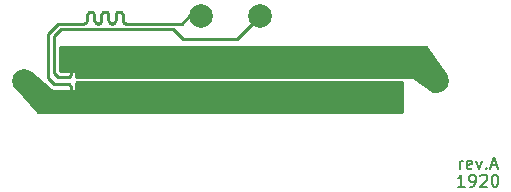
<source format=gbr>
G04 #@! TF.GenerationSoftware,KiCad,Pcbnew,(5.1.5)-3*
G04 #@! TF.CreationDate,2020-05-31T13:11:00+03:00*
G04 #@! TF.ProjectId,voltlog scope shunt,766f6c74-6c6f-4672-9073-636f70652073,rev?*
G04 #@! TF.SameCoordinates,Original*
G04 #@! TF.FileFunction,Copper,L1,Top*
G04 #@! TF.FilePolarity,Positive*
%FSLAX46Y46*%
G04 Gerber Fmt 4.6, Leading zero omitted, Abs format (unit mm)*
G04 Created by KiCad (PCBNEW (5.1.5)-3) date 2020-05-31 13:11:00*
%MOMM*%
%LPD*%
G04 APERTURE LIST*
%ADD10C,0.150000*%
%ADD11C,2.000000*%
%ADD12C,0.100000*%
%ADD13C,0.300000*%
%ADD14C,0.250000*%
%ADD15C,0.254000*%
G04 APERTURE END LIST*
D10*
X153900380Y-95952380D02*
X153900380Y-95285714D01*
X153900380Y-95476190D02*
X153948000Y-95380952D01*
X153995619Y-95333333D01*
X154090857Y-95285714D01*
X154186095Y-95285714D01*
X154900380Y-95904761D02*
X154805142Y-95952380D01*
X154614666Y-95952380D01*
X154519428Y-95904761D01*
X154471809Y-95809523D01*
X154471809Y-95428571D01*
X154519428Y-95333333D01*
X154614666Y-95285714D01*
X154805142Y-95285714D01*
X154900380Y-95333333D01*
X154948000Y-95428571D01*
X154948000Y-95523809D01*
X154471809Y-95619047D01*
X155281333Y-95285714D02*
X155519428Y-95952380D01*
X155757523Y-95285714D01*
X156138476Y-95857142D02*
X156186095Y-95904761D01*
X156138476Y-95952380D01*
X156090857Y-95904761D01*
X156138476Y-95857142D01*
X156138476Y-95952380D01*
X156567047Y-95666666D02*
X157043238Y-95666666D01*
X156471809Y-95952380D02*
X156805142Y-94952380D01*
X157138476Y-95952380D01*
X154305142Y-97452380D02*
X153733714Y-97452380D01*
X154019428Y-97452380D02*
X154019428Y-96452380D01*
X153924190Y-96595238D01*
X153828952Y-96690476D01*
X153733714Y-96738095D01*
X154781333Y-97452380D02*
X154971809Y-97452380D01*
X155067047Y-97404761D01*
X155114666Y-97357142D01*
X155209904Y-97214285D01*
X155257523Y-97023809D01*
X155257523Y-96642857D01*
X155209904Y-96547619D01*
X155162285Y-96500000D01*
X155067047Y-96452380D01*
X154876571Y-96452380D01*
X154781333Y-96500000D01*
X154733714Y-96547619D01*
X154686095Y-96642857D01*
X154686095Y-96880952D01*
X154733714Y-96976190D01*
X154781333Y-97023809D01*
X154876571Y-97071428D01*
X155067047Y-97071428D01*
X155162285Y-97023809D01*
X155209904Y-96976190D01*
X155257523Y-96880952D01*
X155638476Y-96547619D02*
X155686095Y-96500000D01*
X155781333Y-96452380D01*
X156019428Y-96452380D01*
X156114666Y-96500000D01*
X156162285Y-96547619D01*
X156209904Y-96642857D01*
X156209904Y-96738095D01*
X156162285Y-96880952D01*
X155590857Y-97452380D01*
X156209904Y-97452380D01*
X156828952Y-96452380D02*
X156924190Y-96452380D01*
X157019428Y-96500000D01*
X157067047Y-96547619D01*
X157114666Y-96642857D01*
X157162285Y-96833333D01*
X157162285Y-97071428D01*
X157114666Y-97261904D01*
X157067047Y-97357142D01*
X157019428Y-97404761D01*
X156924190Y-97452380D01*
X156828952Y-97452380D01*
X156733714Y-97404761D01*
X156686095Y-97357142D01*
X156638476Y-97261904D01*
X156590857Y-97071428D01*
X156590857Y-96833333D01*
X156638476Y-96642857D01*
X156686095Y-96547619D01*
X156733714Y-96500000D01*
X156828952Y-96452380D01*
D11*
X137000000Y-83000000D03*
X132000000Y-83000000D03*
X152000000Y-88500000D03*
X117000000Y-88500000D03*
G04 #@! TA.AperFunction,SMDPad,CuDef*
D12*
G36*
X148649504Y-86476204D02*
G01*
X148673773Y-86479804D01*
X148697571Y-86485765D01*
X148720671Y-86494030D01*
X148742849Y-86504520D01*
X148763893Y-86517133D01*
X148783598Y-86531747D01*
X148801777Y-86548223D01*
X148818253Y-86566402D01*
X148832867Y-86586107D01*
X148845480Y-86607151D01*
X148855970Y-86629329D01*
X148864235Y-86652429D01*
X148870196Y-86676227D01*
X148873796Y-86700496D01*
X148875000Y-86725000D01*
X148875000Y-87475000D01*
X148873796Y-87499504D01*
X148870196Y-87523773D01*
X148864235Y-87547571D01*
X148855970Y-87570671D01*
X148845480Y-87592849D01*
X148832867Y-87613893D01*
X148818253Y-87633598D01*
X148801777Y-87651777D01*
X148783598Y-87668253D01*
X148763893Y-87682867D01*
X148742849Y-87695480D01*
X148720671Y-87705970D01*
X148697571Y-87714235D01*
X148673773Y-87720196D01*
X148649504Y-87723796D01*
X148625000Y-87725000D01*
X147375000Y-87725000D01*
X147350496Y-87723796D01*
X147326227Y-87720196D01*
X147302429Y-87714235D01*
X147279329Y-87705970D01*
X147257151Y-87695480D01*
X147236107Y-87682867D01*
X147216402Y-87668253D01*
X147198223Y-87651777D01*
X147181747Y-87633598D01*
X147167133Y-87613893D01*
X147154520Y-87592849D01*
X147144030Y-87570671D01*
X147135765Y-87547571D01*
X147129804Y-87523773D01*
X147126204Y-87499504D01*
X147125000Y-87475000D01*
X147125000Y-86725000D01*
X147126204Y-86700496D01*
X147129804Y-86676227D01*
X147135765Y-86652429D01*
X147144030Y-86629329D01*
X147154520Y-86607151D01*
X147167133Y-86586107D01*
X147181747Y-86566402D01*
X147198223Y-86548223D01*
X147216402Y-86531747D01*
X147236107Y-86517133D01*
X147257151Y-86504520D01*
X147279329Y-86494030D01*
X147302429Y-86485765D01*
X147326227Y-86479804D01*
X147350496Y-86476204D01*
X147375000Y-86475000D01*
X148625000Y-86475000D01*
X148649504Y-86476204D01*
G37*
G04 #@! TD.AperFunction*
G04 #@! TA.AperFunction,SMDPad,CuDef*
G36*
X148649504Y-89276204D02*
G01*
X148673773Y-89279804D01*
X148697571Y-89285765D01*
X148720671Y-89294030D01*
X148742849Y-89304520D01*
X148763893Y-89317133D01*
X148783598Y-89331747D01*
X148801777Y-89348223D01*
X148818253Y-89366402D01*
X148832867Y-89386107D01*
X148845480Y-89407151D01*
X148855970Y-89429329D01*
X148864235Y-89452429D01*
X148870196Y-89476227D01*
X148873796Y-89500496D01*
X148875000Y-89525000D01*
X148875000Y-90275000D01*
X148873796Y-90299504D01*
X148870196Y-90323773D01*
X148864235Y-90347571D01*
X148855970Y-90370671D01*
X148845480Y-90392849D01*
X148832867Y-90413893D01*
X148818253Y-90433598D01*
X148801777Y-90451777D01*
X148783598Y-90468253D01*
X148763893Y-90482867D01*
X148742849Y-90495480D01*
X148720671Y-90505970D01*
X148697571Y-90514235D01*
X148673773Y-90520196D01*
X148649504Y-90523796D01*
X148625000Y-90525000D01*
X147375000Y-90525000D01*
X147350496Y-90523796D01*
X147326227Y-90520196D01*
X147302429Y-90514235D01*
X147279329Y-90505970D01*
X147257151Y-90495480D01*
X147236107Y-90482867D01*
X147216402Y-90468253D01*
X147198223Y-90451777D01*
X147181747Y-90433598D01*
X147167133Y-90413893D01*
X147154520Y-90392849D01*
X147144030Y-90370671D01*
X147135765Y-90347571D01*
X147129804Y-90323773D01*
X147126204Y-90299504D01*
X147125000Y-90275000D01*
X147125000Y-89525000D01*
X147126204Y-89500496D01*
X147129804Y-89476227D01*
X147135765Y-89452429D01*
X147144030Y-89429329D01*
X147154520Y-89407151D01*
X147167133Y-89386107D01*
X147181747Y-89366402D01*
X147198223Y-89348223D01*
X147216402Y-89331747D01*
X147236107Y-89317133D01*
X147257151Y-89304520D01*
X147279329Y-89294030D01*
X147302429Y-89285765D01*
X147326227Y-89279804D01*
X147350496Y-89276204D01*
X147375000Y-89275000D01*
X148625000Y-89275000D01*
X148649504Y-89276204D01*
G37*
G04 #@! TD.AperFunction*
G04 #@! TA.AperFunction,SMDPad,CuDef*
G36*
X145649504Y-86476204D02*
G01*
X145673773Y-86479804D01*
X145697571Y-86485765D01*
X145720671Y-86494030D01*
X145742849Y-86504520D01*
X145763893Y-86517133D01*
X145783598Y-86531747D01*
X145801777Y-86548223D01*
X145818253Y-86566402D01*
X145832867Y-86586107D01*
X145845480Y-86607151D01*
X145855970Y-86629329D01*
X145864235Y-86652429D01*
X145870196Y-86676227D01*
X145873796Y-86700496D01*
X145875000Y-86725000D01*
X145875000Y-87475000D01*
X145873796Y-87499504D01*
X145870196Y-87523773D01*
X145864235Y-87547571D01*
X145855970Y-87570671D01*
X145845480Y-87592849D01*
X145832867Y-87613893D01*
X145818253Y-87633598D01*
X145801777Y-87651777D01*
X145783598Y-87668253D01*
X145763893Y-87682867D01*
X145742849Y-87695480D01*
X145720671Y-87705970D01*
X145697571Y-87714235D01*
X145673773Y-87720196D01*
X145649504Y-87723796D01*
X145625000Y-87725000D01*
X144375000Y-87725000D01*
X144350496Y-87723796D01*
X144326227Y-87720196D01*
X144302429Y-87714235D01*
X144279329Y-87705970D01*
X144257151Y-87695480D01*
X144236107Y-87682867D01*
X144216402Y-87668253D01*
X144198223Y-87651777D01*
X144181747Y-87633598D01*
X144167133Y-87613893D01*
X144154520Y-87592849D01*
X144144030Y-87570671D01*
X144135765Y-87547571D01*
X144129804Y-87523773D01*
X144126204Y-87499504D01*
X144125000Y-87475000D01*
X144125000Y-86725000D01*
X144126204Y-86700496D01*
X144129804Y-86676227D01*
X144135765Y-86652429D01*
X144144030Y-86629329D01*
X144154520Y-86607151D01*
X144167133Y-86586107D01*
X144181747Y-86566402D01*
X144198223Y-86548223D01*
X144216402Y-86531747D01*
X144236107Y-86517133D01*
X144257151Y-86504520D01*
X144279329Y-86494030D01*
X144302429Y-86485765D01*
X144326227Y-86479804D01*
X144350496Y-86476204D01*
X144375000Y-86475000D01*
X145625000Y-86475000D01*
X145649504Y-86476204D01*
G37*
G04 #@! TD.AperFunction*
G04 #@! TA.AperFunction,SMDPad,CuDef*
G36*
X145649504Y-89276204D02*
G01*
X145673773Y-89279804D01*
X145697571Y-89285765D01*
X145720671Y-89294030D01*
X145742849Y-89304520D01*
X145763893Y-89317133D01*
X145783598Y-89331747D01*
X145801777Y-89348223D01*
X145818253Y-89366402D01*
X145832867Y-89386107D01*
X145845480Y-89407151D01*
X145855970Y-89429329D01*
X145864235Y-89452429D01*
X145870196Y-89476227D01*
X145873796Y-89500496D01*
X145875000Y-89525000D01*
X145875000Y-90275000D01*
X145873796Y-90299504D01*
X145870196Y-90323773D01*
X145864235Y-90347571D01*
X145855970Y-90370671D01*
X145845480Y-90392849D01*
X145832867Y-90413893D01*
X145818253Y-90433598D01*
X145801777Y-90451777D01*
X145783598Y-90468253D01*
X145763893Y-90482867D01*
X145742849Y-90495480D01*
X145720671Y-90505970D01*
X145697571Y-90514235D01*
X145673773Y-90520196D01*
X145649504Y-90523796D01*
X145625000Y-90525000D01*
X144375000Y-90525000D01*
X144350496Y-90523796D01*
X144326227Y-90520196D01*
X144302429Y-90514235D01*
X144279329Y-90505970D01*
X144257151Y-90495480D01*
X144236107Y-90482867D01*
X144216402Y-90468253D01*
X144198223Y-90451777D01*
X144181747Y-90433598D01*
X144167133Y-90413893D01*
X144154520Y-90392849D01*
X144144030Y-90370671D01*
X144135765Y-90347571D01*
X144129804Y-90323773D01*
X144126204Y-90299504D01*
X144125000Y-90275000D01*
X144125000Y-89525000D01*
X144126204Y-89500496D01*
X144129804Y-89476227D01*
X144135765Y-89452429D01*
X144144030Y-89429329D01*
X144154520Y-89407151D01*
X144167133Y-89386107D01*
X144181747Y-89366402D01*
X144198223Y-89348223D01*
X144216402Y-89331747D01*
X144236107Y-89317133D01*
X144257151Y-89304520D01*
X144279329Y-89294030D01*
X144302429Y-89285765D01*
X144326227Y-89279804D01*
X144350496Y-89276204D01*
X144375000Y-89275000D01*
X145625000Y-89275000D01*
X145649504Y-89276204D01*
G37*
G04 #@! TD.AperFunction*
G04 #@! TA.AperFunction,SMDPad,CuDef*
G36*
X142649504Y-86476204D02*
G01*
X142673773Y-86479804D01*
X142697571Y-86485765D01*
X142720671Y-86494030D01*
X142742849Y-86504520D01*
X142763893Y-86517133D01*
X142783598Y-86531747D01*
X142801777Y-86548223D01*
X142818253Y-86566402D01*
X142832867Y-86586107D01*
X142845480Y-86607151D01*
X142855970Y-86629329D01*
X142864235Y-86652429D01*
X142870196Y-86676227D01*
X142873796Y-86700496D01*
X142875000Y-86725000D01*
X142875000Y-87475000D01*
X142873796Y-87499504D01*
X142870196Y-87523773D01*
X142864235Y-87547571D01*
X142855970Y-87570671D01*
X142845480Y-87592849D01*
X142832867Y-87613893D01*
X142818253Y-87633598D01*
X142801777Y-87651777D01*
X142783598Y-87668253D01*
X142763893Y-87682867D01*
X142742849Y-87695480D01*
X142720671Y-87705970D01*
X142697571Y-87714235D01*
X142673773Y-87720196D01*
X142649504Y-87723796D01*
X142625000Y-87725000D01*
X141375000Y-87725000D01*
X141350496Y-87723796D01*
X141326227Y-87720196D01*
X141302429Y-87714235D01*
X141279329Y-87705970D01*
X141257151Y-87695480D01*
X141236107Y-87682867D01*
X141216402Y-87668253D01*
X141198223Y-87651777D01*
X141181747Y-87633598D01*
X141167133Y-87613893D01*
X141154520Y-87592849D01*
X141144030Y-87570671D01*
X141135765Y-87547571D01*
X141129804Y-87523773D01*
X141126204Y-87499504D01*
X141125000Y-87475000D01*
X141125000Y-86725000D01*
X141126204Y-86700496D01*
X141129804Y-86676227D01*
X141135765Y-86652429D01*
X141144030Y-86629329D01*
X141154520Y-86607151D01*
X141167133Y-86586107D01*
X141181747Y-86566402D01*
X141198223Y-86548223D01*
X141216402Y-86531747D01*
X141236107Y-86517133D01*
X141257151Y-86504520D01*
X141279329Y-86494030D01*
X141302429Y-86485765D01*
X141326227Y-86479804D01*
X141350496Y-86476204D01*
X141375000Y-86475000D01*
X142625000Y-86475000D01*
X142649504Y-86476204D01*
G37*
G04 #@! TD.AperFunction*
G04 #@! TA.AperFunction,SMDPad,CuDef*
G36*
X142649504Y-89276204D02*
G01*
X142673773Y-89279804D01*
X142697571Y-89285765D01*
X142720671Y-89294030D01*
X142742849Y-89304520D01*
X142763893Y-89317133D01*
X142783598Y-89331747D01*
X142801777Y-89348223D01*
X142818253Y-89366402D01*
X142832867Y-89386107D01*
X142845480Y-89407151D01*
X142855970Y-89429329D01*
X142864235Y-89452429D01*
X142870196Y-89476227D01*
X142873796Y-89500496D01*
X142875000Y-89525000D01*
X142875000Y-90275000D01*
X142873796Y-90299504D01*
X142870196Y-90323773D01*
X142864235Y-90347571D01*
X142855970Y-90370671D01*
X142845480Y-90392849D01*
X142832867Y-90413893D01*
X142818253Y-90433598D01*
X142801777Y-90451777D01*
X142783598Y-90468253D01*
X142763893Y-90482867D01*
X142742849Y-90495480D01*
X142720671Y-90505970D01*
X142697571Y-90514235D01*
X142673773Y-90520196D01*
X142649504Y-90523796D01*
X142625000Y-90525000D01*
X141375000Y-90525000D01*
X141350496Y-90523796D01*
X141326227Y-90520196D01*
X141302429Y-90514235D01*
X141279329Y-90505970D01*
X141257151Y-90495480D01*
X141236107Y-90482867D01*
X141216402Y-90468253D01*
X141198223Y-90451777D01*
X141181747Y-90433598D01*
X141167133Y-90413893D01*
X141154520Y-90392849D01*
X141144030Y-90370671D01*
X141135765Y-90347571D01*
X141129804Y-90323773D01*
X141126204Y-90299504D01*
X141125000Y-90275000D01*
X141125000Y-89525000D01*
X141126204Y-89500496D01*
X141129804Y-89476227D01*
X141135765Y-89452429D01*
X141144030Y-89429329D01*
X141154520Y-89407151D01*
X141167133Y-89386107D01*
X141181747Y-89366402D01*
X141198223Y-89348223D01*
X141216402Y-89331747D01*
X141236107Y-89317133D01*
X141257151Y-89304520D01*
X141279329Y-89294030D01*
X141302429Y-89285765D01*
X141326227Y-89279804D01*
X141350496Y-89276204D01*
X141375000Y-89275000D01*
X142625000Y-89275000D01*
X142649504Y-89276204D01*
G37*
G04 #@! TD.AperFunction*
G04 #@! TA.AperFunction,SMDPad,CuDef*
G36*
X139649504Y-86476204D02*
G01*
X139673773Y-86479804D01*
X139697571Y-86485765D01*
X139720671Y-86494030D01*
X139742849Y-86504520D01*
X139763893Y-86517133D01*
X139783598Y-86531747D01*
X139801777Y-86548223D01*
X139818253Y-86566402D01*
X139832867Y-86586107D01*
X139845480Y-86607151D01*
X139855970Y-86629329D01*
X139864235Y-86652429D01*
X139870196Y-86676227D01*
X139873796Y-86700496D01*
X139875000Y-86725000D01*
X139875000Y-87475000D01*
X139873796Y-87499504D01*
X139870196Y-87523773D01*
X139864235Y-87547571D01*
X139855970Y-87570671D01*
X139845480Y-87592849D01*
X139832867Y-87613893D01*
X139818253Y-87633598D01*
X139801777Y-87651777D01*
X139783598Y-87668253D01*
X139763893Y-87682867D01*
X139742849Y-87695480D01*
X139720671Y-87705970D01*
X139697571Y-87714235D01*
X139673773Y-87720196D01*
X139649504Y-87723796D01*
X139625000Y-87725000D01*
X138375000Y-87725000D01*
X138350496Y-87723796D01*
X138326227Y-87720196D01*
X138302429Y-87714235D01*
X138279329Y-87705970D01*
X138257151Y-87695480D01*
X138236107Y-87682867D01*
X138216402Y-87668253D01*
X138198223Y-87651777D01*
X138181747Y-87633598D01*
X138167133Y-87613893D01*
X138154520Y-87592849D01*
X138144030Y-87570671D01*
X138135765Y-87547571D01*
X138129804Y-87523773D01*
X138126204Y-87499504D01*
X138125000Y-87475000D01*
X138125000Y-86725000D01*
X138126204Y-86700496D01*
X138129804Y-86676227D01*
X138135765Y-86652429D01*
X138144030Y-86629329D01*
X138154520Y-86607151D01*
X138167133Y-86586107D01*
X138181747Y-86566402D01*
X138198223Y-86548223D01*
X138216402Y-86531747D01*
X138236107Y-86517133D01*
X138257151Y-86504520D01*
X138279329Y-86494030D01*
X138302429Y-86485765D01*
X138326227Y-86479804D01*
X138350496Y-86476204D01*
X138375000Y-86475000D01*
X139625000Y-86475000D01*
X139649504Y-86476204D01*
G37*
G04 #@! TD.AperFunction*
G04 #@! TA.AperFunction,SMDPad,CuDef*
G36*
X139649504Y-89276204D02*
G01*
X139673773Y-89279804D01*
X139697571Y-89285765D01*
X139720671Y-89294030D01*
X139742849Y-89304520D01*
X139763893Y-89317133D01*
X139783598Y-89331747D01*
X139801777Y-89348223D01*
X139818253Y-89366402D01*
X139832867Y-89386107D01*
X139845480Y-89407151D01*
X139855970Y-89429329D01*
X139864235Y-89452429D01*
X139870196Y-89476227D01*
X139873796Y-89500496D01*
X139875000Y-89525000D01*
X139875000Y-90275000D01*
X139873796Y-90299504D01*
X139870196Y-90323773D01*
X139864235Y-90347571D01*
X139855970Y-90370671D01*
X139845480Y-90392849D01*
X139832867Y-90413893D01*
X139818253Y-90433598D01*
X139801777Y-90451777D01*
X139783598Y-90468253D01*
X139763893Y-90482867D01*
X139742849Y-90495480D01*
X139720671Y-90505970D01*
X139697571Y-90514235D01*
X139673773Y-90520196D01*
X139649504Y-90523796D01*
X139625000Y-90525000D01*
X138375000Y-90525000D01*
X138350496Y-90523796D01*
X138326227Y-90520196D01*
X138302429Y-90514235D01*
X138279329Y-90505970D01*
X138257151Y-90495480D01*
X138236107Y-90482867D01*
X138216402Y-90468253D01*
X138198223Y-90451777D01*
X138181747Y-90433598D01*
X138167133Y-90413893D01*
X138154520Y-90392849D01*
X138144030Y-90370671D01*
X138135765Y-90347571D01*
X138129804Y-90323773D01*
X138126204Y-90299504D01*
X138125000Y-90275000D01*
X138125000Y-89525000D01*
X138126204Y-89500496D01*
X138129804Y-89476227D01*
X138135765Y-89452429D01*
X138144030Y-89429329D01*
X138154520Y-89407151D01*
X138167133Y-89386107D01*
X138181747Y-89366402D01*
X138198223Y-89348223D01*
X138216402Y-89331747D01*
X138236107Y-89317133D01*
X138257151Y-89304520D01*
X138279329Y-89294030D01*
X138302429Y-89285765D01*
X138326227Y-89279804D01*
X138350496Y-89276204D01*
X138375000Y-89275000D01*
X139625000Y-89275000D01*
X139649504Y-89276204D01*
G37*
G04 #@! TD.AperFunction*
G04 #@! TA.AperFunction,SMDPad,CuDef*
G36*
X136649504Y-86476204D02*
G01*
X136673773Y-86479804D01*
X136697571Y-86485765D01*
X136720671Y-86494030D01*
X136742849Y-86504520D01*
X136763893Y-86517133D01*
X136783598Y-86531747D01*
X136801777Y-86548223D01*
X136818253Y-86566402D01*
X136832867Y-86586107D01*
X136845480Y-86607151D01*
X136855970Y-86629329D01*
X136864235Y-86652429D01*
X136870196Y-86676227D01*
X136873796Y-86700496D01*
X136875000Y-86725000D01*
X136875000Y-87475000D01*
X136873796Y-87499504D01*
X136870196Y-87523773D01*
X136864235Y-87547571D01*
X136855970Y-87570671D01*
X136845480Y-87592849D01*
X136832867Y-87613893D01*
X136818253Y-87633598D01*
X136801777Y-87651777D01*
X136783598Y-87668253D01*
X136763893Y-87682867D01*
X136742849Y-87695480D01*
X136720671Y-87705970D01*
X136697571Y-87714235D01*
X136673773Y-87720196D01*
X136649504Y-87723796D01*
X136625000Y-87725000D01*
X135375000Y-87725000D01*
X135350496Y-87723796D01*
X135326227Y-87720196D01*
X135302429Y-87714235D01*
X135279329Y-87705970D01*
X135257151Y-87695480D01*
X135236107Y-87682867D01*
X135216402Y-87668253D01*
X135198223Y-87651777D01*
X135181747Y-87633598D01*
X135167133Y-87613893D01*
X135154520Y-87592849D01*
X135144030Y-87570671D01*
X135135765Y-87547571D01*
X135129804Y-87523773D01*
X135126204Y-87499504D01*
X135125000Y-87475000D01*
X135125000Y-86725000D01*
X135126204Y-86700496D01*
X135129804Y-86676227D01*
X135135765Y-86652429D01*
X135144030Y-86629329D01*
X135154520Y-86607151D01*
X135167133Y-86586107D01*
X135181747Y-86566402D01*
X135198223Y-86548223D01*
X135216402Y-86531747D01*
X135236107Y-86517133D01*
X135257151Y-86504520D01*
X135279329Y-86494030D01*
X135302429Y-86485765D01*
X135326227Y-86479804D01*
X135350496Y-86476204D01*
X135375000Y-86475000D01*
X136625000Y-86475000D01*
X136649504Y-86476204D01*
G37*
G04 #@! TD.AperFunction*
G04 #@! TA.AperFunction,SMDPad,CuDef*
G36*
X136649504Y-89276204D02*
G01*
X136673773Y-89279804D01*
X136697571Y-89285765D01*
X136720671Y-89294030D01*
X136742849Y-89304520D01*
X136763893Y-89317133D01*
X136783598Y-89331747D01*
X136801777Y-89348223D01*
X136818253Y-89366402D01*
X136832867Y-89386107D01*
X136845480Y-89407151D01*
X136855970Y-89429329D01*
X136864235Y-89452429D01*
X136870196Y-89476227D01*
X136873796Y-89500496D01*
X136875000Y-89525000D01*
X136875000Y-90275000D01*
X136873796Y-90299504D01*
X136870196Y-90323773D01*
X136864235Y-90347571D01*
X136855970Y-90370671D01*
X136845480Y-90392849D01*
X136832867Y-90413893D01*
X136818253Y-90433598D01*
X136801777Y-90451777D01*
X136783598Y-90468253D01*
X136763893Y-90482867D01*
X136742849Y-90495480D01*
X136720671Y-90505970D01*
X136697571Y-90514235D01*
X136673773Y-90520196D01*
X136649504Y-90523796D01*
X136625000Y-90525000D01*
X135375000Y-90525000D01*
X135350496Y-90523796D01*
X135326227Y-90520196D01*
X135302429Y-90514235D01*
X135279329Y-90505970D01*
X135257151Y-90495480D01*
X135236107Y-90482867D01*
X135216402Y-90468253D01*
X135198223Y-90451777D01*
X135181747Y-90433598D01*
X135167133Y-90413893D01*
X135154520Y-90392849D01*
X135144030Y-90370671D01*
X135135765Y-90347571D01*
X135129804Y-90323773D01*
X135126204Y-90299504D01*
X135125000Y-90275000D01*
X135125000Y-89525000D01*
X135126204Y-89500496D01*
X135129804Y-89476227D01*
X135135765Y-89452429D01*
X135144030Y-89429329D01*
X135154520Y-89407151D01*
X135167133Y-89386107D01*
X135181747Y-89366402D01*
X135198223Y-89348223D01*
X135216402Y-89331747D01*
X135236107Y-89317133D01*
X135257151Y-89304520D01*
X135279329Y-89294030D01*
X135302429Y-89285765D01*
X135326227Y-89279804D01*
X135350496Y-89276204D01*
X135375000Y-89275000D01*
X136625000Y-89275000D01*
X136649504Y-89276204D01*
G37*
G04 #@! TD.AperFunction*
G04 #@! TA.AperFunction,SMDPad,CuDef*
G36*
X133649504Y-86476204D02*
G01*
X133673773Y-86479804D01*
X133697571Y-86485765D01*
X133720671Y-86494030D01*
X133742849Y-86504520D01*
X133763893Y-86517133D01*
X133783598Y-86531747D01*
X133801777Y-86548223D01*
X133818253Y-86566402D01*
X133832867Y-86586107D01*
X133845480Y-86607151D01*
X133855970Y-86629329D01*
X133864235Y-86652429D01*
X133870196Y-86676227D01*
X133873796Y-86700496D01*
X133875000Y-86725000D01*
X133875000Y-87475000D01*
X133873796Y-87499504D01*
X133870196Y-87523773D01*
X133864235Y-87547571D01*
X133855970Y-87570671D01*
X133845480Y-87592849D01*
X133832867Y-87613893D01*
X133818253Y-87633598D01*
X133801777Y-87651777D01*
X133783598Y-87668253D01*
X133763893Y-87682867D01*
X133742849Y-87695480D01*
X133720671Y-87705970D01*
X133697571Y-87714235D01*
X133673773Y-87720196D01*
X133649504Y-87723796D01*
X133625000Y-87725000D01*
X132375000Y-87725000D01*
X132350496Y-87723796D01*
X132326227Y-87720196D01*
X132302429Y-87714235D01*
X132279329Y-87705970D01*
X132257151Y-87695480D01*
X132236107Y-87682867D01*
X132216402Y-87668253D01*
X132198223Y-87651777D01*
X132181747Y-87633598D01*
X132167133Y-87613893D01*
X132154520Y-87592849D01*
X132144030Y-87570671D01*
X132135765Y-87547571D01*
X132129804Y-87523773D01*
X132126204Y-87499504D01*
X132125000Y-87475000D01*
X132125000Y-86725000D01*
X132126204Y-86700496D01*
X132129804Y-86676227D01*
X132135765Y-86652429D01*
X132144030Y-86629329D01*
X132154520Y-86607151D01*
X132167133Y-86586107D01*
X132181747Y-86566402D01*
X132198223Y-86548223D01*
X132216402Y-86531747D01*
X132236107Y-86517133D01*
X132257151Y-86504520D01*
X132279329Y-86494030D01*
X132302429Y-86485765D01*
X132326227Y-86479804D01*
X132350496Y-86476204D01*
X132375000Y-86475000D01*
X133625000Y-86475000D01*
X133649504Y-86476204D01*
G37*
G04 #@! TD.AperFunction*
G04 #@! TA.AperFunction,SMDPad,CuDef*
G36*
X133649504Y-89276204D02*
G01*
X133673773Y-89279804D01*
X133697571Y-89285765D01*
X133720671Y-89294030D01*
X133742849Y-89304520D01*
X133763893Y-89317133D01*
X133783598Y-89331747D01*
X133801777Y-89348223D01*
X133818253Y-89366402D01*
X133832867Y-89386107D01*
X133845480Y-89407151D01*
X133855970Y-89429329D01*
X133864235Y-89452429D01*
X133870196Y-89476227D01*
X133873796Y-89500496D01*
X133875000Y-89525000D01*
X133875000Y-90275000D01*
X133873796Y-90299504D01*
X133870196Y-90323773D01*
X133864235Y-90347571D01*
X133855970Y-90370671D01*
X133845480Y-90392849D01*
X133832867Y-90413893D01*
X133818253Y-90433598D01*
X133801777Y-90451777D01*
X133783598Y-90468253D01*
X133763893Y-90482867D01*
X133742849Y-90495480D01*
X133720671Y-90505970D01*
X133697571Y-90514235D01*
X133673773Y-90520196D01*
X133649504Y-90523796D01*
X133625000Y-90525000D01*
X132375000Y-90525000D01*
X132350496Y-90523796D01*
X132326227Y-90520196D01*
X132302429Y-90514235D01*
X132279329Y-90505970D01*
X132257151Y-90495480D01*
X132236107Y-90482867D01*
X132216402Y-90468253D01*
X132198223Y-90451777D01*
X132181747Y-90433598D01*
X132167133Y-90413893D01*
X132154520Y-90392849D01*
X132144030Y-90370671D01*
X132135765Y-90347571D01*
X132129804Y-90323773D01*
X132126204Y-90299504D01*
X132125000Y-90275000D01*
X132125000Y-89525000D01*
X132126204Y-89500496D01*
X132129804Y-89476227D01*
X132135765Y-89452429D01*
X132144030Y-89429329D01*
X132154520Y-89407151D01*
X132167133Y-89386107D01*
X132181747Y-89366402D01*
X132198223Y-89348223D01*
X132216402Y-89331747D01*
X132236107Y-89317133D01*
X132257151Y-89304520D01*
X132279329Y-89294030D01*
X132302429Y-89285765D01*
X132326227Y-89279804D01*
X132350496Y-89276204D01*
X132375000Y-89275000D01*
X133625000Y-89275000D01*
X133649504Y-89276204D01*
G37*
G04 #@! TD.AperFunction*
G04 #@! TA.AperFunction,SMDPad,CuDef*
G36*
X130649504Y-86476204D02*
G01*
X130673773Y-86479804D01*
X130697571Y-86485765D01*
X130720671Y-86494030D01*
X130742849Y-86504520D01*
X130763893Y-86517133D01*
X130783598Y-86531747D01*
X130801777Y-86548223D01*
X130818253Y-86566402D01*
X130832867Y-86586107D01*
X130845480Y-86607151D01*
X130855970Y-86629329D01*
X130864235Y-86652429D01*
X130870196Y-86676227D01*
X130873796Y-86700496D01*
X130875000Y-86725000D01*
X130875000Y-87475000D01*
X130873796Y-87499504D01*
X130870196Y-87523773D01*
X130864235Y-87547571D01*
X130855970Y-87570671D01*
X130845480Y-87592849D01*
X130832867Y-87613893D01*
X130818253Y-87633598D01*
X130801777Y-87651777D01*
X130783598Y-87668253D01*
X130763893Y-87682867D01*
X130742849Y-87695480D01*
X130720671Y-87705970D01*
X130697571Y-87714235D01*
X130673773Y-87720196D01*
X130649504Y-87723796D01*
X130625000Y-87725000D01*
X129375000Y-87725000D01*
X129350496Y-87723796D01*
X129326227Y-87720196D01*
X129302429Y-87714235D01*
X129279329Y-87705970D01*
X129257151Y-87695480D01*
X129236107Y-87682867D01*
X129216402Y-87668253D01*
X129198223Y-87651777D01*
X129181747Y-87633598D01*
X129167133Y-87613893D01*
X129154520Y-87592849D01*
X129144030Y-87570671D01*
X129135765Y-87547571D01*
X129129804Y-87523773D01*
X129126204Y-87499504D01*
X129125000Y-87475000D01*
X129125000Y-86725000D01*
X129126204Y-86700496D01*
X129129804Y-86676227D01*
X129135765Y-86652429D01*
X129144030Y-86629329D01*
X129154520Y-86607151D01*
X129167133Y-86586107D01*
X129181747Y-86566402D01*
X129198223Y-86548223D01*
X129216402Y-86531747D01*
X129236107Y-86517133D01*
X129257151Y-86504520D01*
X129279329Y-86494030D01*
X129302429Y-86485765D01*
X129326227Y-86479804D01*
X129350496Y-86476204D01*
X129375000Y-86475000D01*
X130625000Y-86475000D01*
X130649504Y-86476204D01*
G37*
G04 #@! TD.AperFunction*
G04 #@! TA.AperFunction,SMDPad,CuDef*
G36*
X130649504Y-89276204D02*
G01*
X130673773Y-89279804D01*
X130697571Y-89285765D01*
X130720671Y-89294030D01*
X130742849Y-89304520D01*
X130763893Y-89317133D01*
X130783598Y-89331747D01*
X130801777Y-89348223D01*
X130818253Y-89366402D01*
X130832867Y-89386107D01*
X130845480Y-89407151D01*
X130855970Y-89429329D01*
X130864235Y-89452429D01*
X130870196Y-89476227D01*
X130873796Y-89500496D01*
X130875000Y-89525000D01*
X130875000Y-90275000D01*
X130873796Y-90299504D01*
X130870196Y-90323773D01*
X130864235Y-90347571D01*
X130855970Y-90370671D01*
X130845480Y-90392849D01*
X130832867Y-90413893D01*
X130818253Y-90433598D01*
X130801777Y-90451777D01*
X130783598Y-90468253D01*
X130763893Y-90482867D01*
X130742849Y-90495480D01*
X130720671Y-90505970D01*
X130697571Y-90514235D01*
X130673773Y-90520196D01*
X130649504Y-90523796D01*
X130625000Y-90525000D01*
X129375000Y-90525000D01*
X129350496Y-90523796D01*
X129326227Y-90520196D01*
X129302429Y-90514235D01*
X129279329Y-90505970D01*
X129257151Y-90495480D01*
X129236107Y-90482867D01*
X129216402Y-90468253D01*
X129198223Y-90451777D01*
X129181747Y-90433598D01*
X129167133Y-90413893D01*
X129154520Y-90392849D01*
X129144030Y-90370671D01*
X129135765Y-90347571D01*
X129129804Y-90323773D01*
X129126204Y-90299504D01*
X129125000Y-90275000D01*
X129125000Y-89525000D01*
X129126204Y-89500496D01*
X129129804Y-89476227D01*
X129135765Y-89452429D01*
X129144030Y-89429329D01*
X129154520Y-89407151D01*
X129167133Y-89386107D01*
X129181747Y-89366402D01*
X129198223Y-89348223D01*
X129216402Y-89331747D01*
X129236107Y-89317133D01*
X129257151Y-89304520D01*
X129279329Y-89294030D01*
X129302429Y-89285765D01*
X129326227Y-89279804D01*
X129350496Y-89276204D01*
X129375000Y-89275000D01*
X130625000Y-89275000D01*
X130649504Y-89276204D01*
G37*
G04 #@! TD.AperFunction*
G04 #@! TA.AperFunction,SMDPad,CuDef*
G36*
X127649504Y-86476204D02*
G01*
X127673773Y-86479804D01*
X127697571Y-86485765D01*
X127720671Y-86494030D01*
X127742849Y-86504520D01*
X127763893Y-86517133D01*
X127783598Y-86531747D01*
X127801777Y-86548223D01*
X127818253Y-86566402D01*
X127832867Y-86586107D01*
X127845480Y-86607151D01*
X127855970Y-86629329D01*
X127864235Y-86652429D01*
X127870196Y-86676227D01*
X127873796Y-86700496D01*
X127875000Y-86725000D01*
X127875000Y-87475000D01*
X127873796Y-87499504D01*
X127870196Y-87523773D01*
X127864235Y-87547571D01*
X127855970Y-87570671D01*
X127845480Y-87592849D01*
X127832867Y-87613893D01*
X127818253Y-87633598D01*
X127801777Y-87651777D01*
X127783598Y-87668253D01*
X127763893Y-87682867D01*
X127742849Y-87695480D01*
X127720671Y-87705970D01*
X127697571Y-87714235D01*
X127673773Y-87720196D01*
X127649504Y-87723796D01*
X127625000Y-87725000D01*
X126375000Y-87725000D01*
X126350496Y-87723796D01*
X126326227Y-87720196D01*
X126302429Y-87714235D01*
X126279329Y-87705970D01*
X126257151Y-87695480D01*
X126236107Y-87682867D01*
X126216402Y-87668253D01*
X126198223Y-87651777D01*
X126181747Y-87633598D01*
X126167133Y-87613893D01*
X126154520Y-87592849D01*
X126144030Y-87570671D01*
X126135765Y-87547571D01*
X126129804Y-87523773D01*
X126126204Y-87499504D01*
X126125000Y-87475000D01*
X126125000Y-86725000D01*
X126126204Y-86700496D01*
X126129804Y-86676227D01*
X126135765Y-86652429D01*
X126144030Y-86629329D01*
X126154520Y-86607151D01*
X126167133Y-86586107D01*
X126181747Y-86566402D01*
X126198223Y-86548223D01*
X126216402Y-86531747D01*
X126236107Y-86517133D01*
X126257151Y-86504520D01*
X126279329Y-86494030D01*
X126302429Y-86485765D01*
X126326227Y-86479804D01*
X126350496Y-86476204D01*
X126375000Y-86475000D01*
X127625000Y-86475000D01*
X127649504Y-86476204D01*
G37*
G04 #@! TD.AperFunction*
G04 #@! TA.AperFunction,SMDPad,CuDef*
G36*
X127649504Y-89276204D02*
G01*
X127673773Y-89279804D01*
X127697571Y-89285765D01*
X127720671Y-89294030D01*
X127742849Y-89304520D01*
X127763893Y-89317133D01*
X127783598Y-89331747D01*
X127801777Y-89348223D01*
X127818253Y-89366402D01*
X127832867Y-89386107D01*
X127845480Y-89407151D01*
X127855970Y-89429329D01*
X127864235Y-89452429D01*
X127870196Y-89476227D01*
X127873796Y-89500496D01*
X127875000Y-89525000D01*
X127875000Y-90275000D01*
X127873796Y-90299504D01*
X127870196Y-90323773D01*
X127864235Y-90347571D01*
X127855970Y-90370671D01*
X127845480Y-90392849D01*
X127832867Y-90413893D01*
X127818253Y-90433598D01*
X127801777Y-90451777D01*
X127783598Y-90468253D01*
X127763893Y-90482867D01*
X127742849Y-90495480D01*
X127720671Y-90505970D01*
X127697571Y-90514235D01*
X127673773Y-90520196D01*
X127649504Y-90523796D01*
X127625000Y-90525000D01*
X126375000Y-90525000D01*
X126350496Y-90523796D01*
X126326227Y-90520196D01*
X126302429Y-90514235D01*
X126279329Y-90505970D01*
X126257151Y-90495480D01*
X126236107Y-90482867D01*
X126216402Y-90468253D01*
X126198223Y-90451777D01*
X126181747Y-90433598D01*
X126167133Y-90413893D01*
X126154520Y-90392849D01*
X126144030Y-90370671D01*
X126135765Y-90347571D01*
X126129804Y-90323773D01*
X126126204Y-90299504D01*
X126125000Y-90275000D01*
X126125000Y-89525000D01*
X126126204Y-89500496D01*
X126129804Y-89476227D01*
X126135765Y-89452429D01*
X126144030Y-89429329D01*
X126154520Y-89407151D01*
X126167133Y-89386107D01*
X126181747Y-89366402D01*
X126198223Y-89348223D01*
X126216402Y-89331747D01*
X126236107Y-89317133D01*
X126257151Y-89304520D01*
X126279329Y-89294030D01*
X126302429Y-89285765D01*
X126326227Y-89279804D01*
X126350496Y-89276204D01*
X126375000Y-89275000D01*
X127625000Y-89275000D01*
X127649504Y-89276204D01*
G37*
G04 #@! TD.AperFunction*
G04 #@! TA.AperFunction,SMDPad,CuDef*
G36*
X124649504Y-86476204D02*
G01*
X124673773Y-86479804D01*
X124697571Y-86485765D01*
X124720671Y-86494030D01*
X124742849Y-86504520D01*
X124763893Y-86517133D01*
X124783598Y-86531747D01*
X124801777Y-86548223D01*
X124818253Y-86566402D01*
X124832867Y-86586107D01*
X124845480Y-86607151D01*
X124855970Y-86629329D01*
X124864235Y-86652429D01*
X124870196Y-86676227D01*
X124873796Y-86700496D01*
X124875000Y-86725000D01*
X124875000Y-87475000D01*
X124873796Y-87499504D01*
X124870196Y-87523773D01*
X124864235Y-87547571D01*
X124855970Y-87570671D01*
X124845480Y-87592849D01*
X124832867Y-87613893D01*
X124818253Y-87633598D01*
X124801777Y-87651777D01*
X124783598Y-87668253D01*
X124763893Y-87682867D01*
X124742849Y-87695480D01*
X124720671Y-87705970D01*
X124697571Y-87714235D01*
X124673773Y-87720196D01*
X124649504Y-87723796D01*
X124625000Y-87725000D01*
X123375000Y-87725000D01*
X123350496Y-87723796D01*
X123326227Y-87720196D01*
X123302429Y-87714235D01*
X123279329Y-87705970D01*
X123257151Y-87695480D01*
X123236107Y-87682867D01*
X123216402Y-87668253D01*
X123198223Y-87651777D01*
X123181747Y-87633598D01*
X123167133Y-87613893D01*
X123154520Y-87592849D01*
X123144030Y-87570671D01*
X123135765Y-87547571D01*
X123129804Y-87523773D01*
X123126204Y-87499504D01*
X123125000Y-87475000D01*
X123125000Y-86725000D01*
X123126204Y-86700496D01*
X123129804Y-86676227D01*
X123135765Y-86652429D01*
X123144030Y-86629329D01*
X123154520Y-86607151D01*
X123167133Y-86586107D01*
X123181747Y-86566402D01*
X123198223Y-86548223D01*
X123216402Y-86531747D01*
X123236107Y-86517133D01*
X123257151Y-86504520D01*
X123279329Y-86494030D01*
X123302429Y-86485765D01*
X123326227Y-86479804D01*
X123350496Y-86476204D01*
X123375000Y-86475000D01*
X124625000Y-86475000D01*
X124649504Y-86476204D01*
G37*
G04 #@! TD.AperFunction*
G04 #@! TA.AperFunction,SMDPad,CuDef*
G36*
X124649504Y-89276204D02*
G01*
X124673773Y-89279804D01*
X124697571Y-89285765D01*
X124720671Y-89294030D01*
X124742849Y-89304520D01*
X124763893Y-89317133D01*
X124783598Y-89331747D01*
X124801777Y-89348223D01*
X124818253Y-89366402D01*
X124832867Y-89386107D01*
X124845480Y-89407151D01*
X124855970Y-89429329D01*
X124864235Y-89452429D01*
X124870196Y-89476227D01*
X124873796Y-89500496D01*
X124875000Y-89525000D01*
X124875000Y-90275000D01*
X124873796Y-90299504D01*
X124870196Y-90323773D01*
X124864235Y-90347571D01*
X124855970Y-90370671D01*
X124845480Y-90392849D01*
X124832867Y-90413893D01*
X124818253Y-90433598D01*
X124801777Y-90451777D01*
X124783598Y-90468253D01*
X124763893Y-90482867D01*
X124742849Y-90495480D01*
X124720671Y-90505970D01*
X124697571Y-90514235D01*
X124673773Y-90520196D01*
X124649504Y-90523796D01*
X124625000Y-90525000D01*
X123375000Y-90525000D01*
X123350496Y-90523796D01*
X123326227Y-90520196D01*
X123302429Y-90514235D01*
X123279329Y-90505970D01*
X123257151Y-90495480D01*
X123236107Y-90482867D01*
X123216402Y-90468253D01*
X123198223Y-90451777D01*
X123181747Y-90433598D01*
X123167133Y-90413893D01*
X123154520Y-90392849D01*
X123144030Y-90370671D01*
X123135765Y-90347571D01*
X123129804Y-90323773D01*
X123126204Y-90299504D01*
X123125000Y-90275000D01*
X123125000Y-89525000D01*
X123126204Y-89500496D01*
X123129804Y-89476227D01*
X123135765Y-89452429D01*
X123144030Y-89429329D01*
X123154520Y-89407151D01*
X123167133Y-89386107D01*
X123181747Y-89366402D01*
X123198223Y-89348223D01*
X123216402Y-89331747D01*
X123236107Y-89317133D01*
X123257151Y-89304520D01*
X123279329Y-89294030D01*
X123302429Y-89285765D01*
X123326227Y-89279804D01*
X123350496Y-89276204D01*
X123375000Y-89275000D01*
X124625000Y-89275000D01*
X124649504Y-89276204D01*
G37*
G04 #@! TD.AperFunction*
G04 #@! TA.AperFunction,SMDPad,CuDef*
G36*
X121649504Y-86476204D02*
G01*
X121673773Y-86479804D01*
X121697571Y-86485765D01*
X121720671Y-86494030D01*
X121742849Y-86504520D01*
X121763893Y-86517133D01*
X121783598Y-86531747D01*
X121801777Y-86548223D01*
X121818253Y-86566402D01*
X121832867Y-86586107D01*
X121845480Y-86607151D01*
X121855970Y-86629329D01*
X121864235Y-86652429D01*
X121870196Y-86676227D01*
X121873796Y-86700496D01*
X121875000Y-86725000D01*
X121875000Y-87475000D01*
X121873796Y-87499504D01*
X121870196Y-87523773D01*
X121864235Y-87547571D01*
X121855970Y-87570671D01*
X121845480Y-87592849D01*
X121832867Y-87613893D01*
X121818253Y-87633598D01*
X121801777Y-87651777D01*
X121783598Y-87668253D01*
X121763893Y-87682867D01*
X121742849Y-87695480D01*
X121720671Y-87705970D01*
X121697571Y-87714235D01*
X121673773Y-87720196D01*
X121649504Y-87723796D01*
X121625000Y-87725000D01*
X120375000Y-87725000D01*
X120350496Y-87723796D01*
X120326227Y-87720196D01*
X120302429Y-87714235D01*
X120279329Y-87705970D01*
X120257151Y-87695480D01*
X120236107Y-87682867D01*
X120216402Y-87668253D01*
X120198223Y-87651777D01*
X120181747Y-87633598D01*
X120167133Y-87613893D01*
X120154520Y-87592849D01*
X120144030Y-87570671D01*
X120135765Y-87547571D01*
X120129804Y-87523773D01*
X120126204Y-87499504D01*
X120125000Y-87475000D01*
X120125000Y-86725000D01*
X120126204Y-86700496D01*
X120129804Y-86676227D01*
X120135765Y-86652429D01*
X120144030Y-86629329D01*
X120154520Y-86607151D01*
X120167133Y-86586107D01*
X120181747Y-86566402D01*
X120198223Y-86548223D01*
X120216402Y-86531747D01*
X120236107Y-86517133D01*
X120257151Y-86504520D01*
X120279329Y-86494030D01*
X120302429Y-86485765D01*
X120326227Y-86479804D01*
X120350496Y-86476204D01*
X120375000Y-86475000D01*
X121625000Y-86475000D01*
X121649504Y-86476204D01*
G37*
G04 #@! TD.AperFunction*
G04 #@! TA.AperFunction,SMDPad,CuDef*
G36*
X121649504Y-89276204D02*
G01*
X121673773Y-89279804D01*
X121697571Y-89285765D01*
X121720671Y-89294030D01*
X121742849Y-89304520D01*
X121763893Y-89317133D01*
X121783598Y-89331747D01*
X121801777Y-89348223D01*
X121818253Y-89366402D01*
X121832867Y-89386107D01*
X121845480Y-89407151D01*
X121855970Y-89429329D01*
X121864235Y-89452429D01*
X121870196Y-89476227D01*
X121873796Y-89500496D01*
X121875000Y-89525000D01*
X121875000Y-90275000D01*
X121873796Y-90299504D01*
X121870196Y-90323773D01*
X121864235Y-90347571D01*
X121855970Y-90370671D01*
X121845480Y-90392849D01*
X121832867Y-90413893D01*
X121818253Y-90433598D01*
X121801777Y-90451777D01*
X121783598Y-90468253D01*
X121763893Y-90482867D01*
X121742849Y-90495480D01*
X121720671Y-90505970D01*
X121697571Y-90514235D01*
X121673773Y-90520196D01*
X121649504Y-90523796D01*
X121625000Y-90525000D01*
X120375000Y-90525000D01*
X120350496Y-90523796D01*
X120326227Y-90520196D01*
X120302429Y-90514235D01*
X120279329Y-90505970D01*
X120257151Y-90495480D01*
X120236107Y-90482867D01*
X120216402Y-90468253D01*
X120198223Y-90451777D01*
X120181747Y-90433598D01*
X120167133Y-90413893D01*
X120154520Y-90392849D01*
X120144030Y-90370671D01*
X120135765Y-90347571D01*
X120129804Y-90323773D01*
X120126204Y-90299504D01*
X120125000Y-90275000D01*
X120125000Y-89525000D01*
X120126204Y-89500496D01*
X120129804Y-89476227D01*
X120135765Y-89452429D01*
X120144030Y-89429329D01*
X120154520Y-89407151D01*
X120167133Y-89386107D01*
X120181747Y-89366402D01*
X120198223Y-89348223D01*
X120216402Y-89331747D01*
X120236107Y-89317133D01*
X120257151Y-89304520D01*
X120279329Y-89294030D01*
X120302429Y-89285765D01*
X120326227Y-89279804D01*
X120350496Y-89276204D01*
X120375000Y-89275000D01*
X121625000Y-89275000D01*
X121649504Y-89276204D01*
G37*
G04 #@! TD.AperFunction*
D13*
X133875000Y-89900000D02*
X133000000Y-89900000D01*
X134500000Y-90525000D02*
X133875000Y-89900000D01*
D14*
X124037056Y-82715440D02*
X123980175Y-82679699D01*
X124150010Y-83349990D02*
X124150010Y-82949990D01*
X122837056Y-82715440D02*
X122780175Y-82679699D01*
X124142488Y-82883233D02*
X124120300Y-82819824D01*
X124580175Y-83620280D02*
X124516766Y-83642468D01*
X124262963Y-83584539D02*
X124215460Y-83537036D01*
X122342488Y-83416746D02*
X122320300Y-83480155D01*
X121000000Y-89000000D02*
X121000000Y-89900000D01*
X124684559Y-83537036D02*
X124637056Y-83584539D01*
X123980175Y-82679699D02*
X123916766Y-82657511D01*
X122379719Y-82819824D02*
X122357531Y-82883233D01*
X124215460Y-83537036D02*
X124179719Y-83480155D01*
X124516766Y-83642468D02*
X124450010Y-83649990D01*
X122050010Y-83649990D02*
X119913600Y-83649990D01*
X124742488Y-83416746D02*
X124720300Y-83480155D01*
X124179719Y-83480155D02*
X124157531Y-83416746D01*
X124750010Y-83349990D02*
X124742488Y-83416746D01*
X122950010Y-83349990D02*
X122950010Y-82949990D01*
X124779719Y-82819824D02*
X124757531Y-82883233D01*
X122884559Y-82762943D02*
X122837056Y-82715440D01*
X124157531Y-83416746D02*
X124150010Y-83349990D01*
X124450010Y-83649990D02*
X124383253Y-83642468D01*
X122650010Y-82649990D02*
X122583253Y-82657511D01*
X120800000Y-88800000D02*
X121000000Y-89000000D01*
X125350010Y-83349990D02*
X125350010Y-82949990D01*
X124084559Y-82762943D02*
X124037056Y-82715440D01*
X122950010Y-82949990D02*
X122942488Y-82883233D01*
X125415460Y-83537036D02*
X125379719Y-83480155D01*
X124750010Y-82949990D02*
X124750010Y-83349990D01*
X119913600Y-83649990D02*
X119000000Y-84563590D01*
X124637056Y-83584539D02*
X124580175Y-83620280D01*
X122350010Y-83349990D02*
X122342488Y-83416746D01*
X125462963Y-83584539D02*
X125415460Y-83537036D01*
X125379719Y-83480155D02*
X125357531Y-83416746D01*
X122357531Y-82883233D02*
X122350010Y-82949990D01*
X125116766Y-82657511D02*
X125050010Y-82649990D01*
X119563590Y-88800000D02*
X120800000Y-88800000D01*
X125519844Y-83620280D02*
X125462963Y-83584539D01*
X122237056Y-83584539D02*
X122180175Y-83620280D01*
X130350010Y-83649990D02*
X125650010Y-83649990D01*
X131000000Y-83000000D02*
X130350010Y-83649990D01*
X125583253Y-83642468D02*
X125519844Y-83620280D01*
X125350010Y-82949990D02*
X125342488Y-82883233D01*
X123015460Y-83537036D02*
X122979719Y-83480155D01*
X124383253Y-83642468D02*
X124319844Y-83620280D01*
X124757531Y-82883233D02*
X124750010Y-82949990D01*
X122780175Y-82679699D02*
X122716766Y-82657511D01*
X125342488Y-82883233D02*
X125320300Y-82819824D01*
X122957531Y-83416746D02*
X122950010Y-83349990D01*
X125357531Y-83416746D02*
X125350010Y-83349990D01*
X125320300Y-82819824D02*
X125284559Y-82762943D01*
X125237056Y-82715440D02*
X125180175Y-82679699D01*
X125284559Y-82762943D02*
X125237056Y-82715440D01*
X119000000Y-88236410D02*
X119563590Y-88800000D01*
X122942488Y-82883233D02*
X122920300Y-82819824D01*
X125180175Y-82679699D02*
X125116766Y-82657511D01*
X124120300Y-82819824D02*
X124084559Y-82762943D01*
X122116766Y-83642468D02*
X122050010Y-83649990D01*
X124983253Y-82657511D02*
X124919844Y-82679699D01*
X124319844Y-83620280D02*
X124262963Y-83584539D01*
X122320300Y-83480155D02*
X122284559Y-83537036D01*
X124919844Y-82679699D02*
X124862963Y-82715440D01*
X125650010Y-83649990D02*
X125583253Y-83642468D01*
X122284559Y-83537036D02*
X122237056Y-83584539D01*
X122920300Y-82819824D02*
X122884559Y-82762943D01*
X124862963Y-82715440D02*
X124815460Y-82762943D01*
X124815460Y-82762943D02*
X124779719Y-82819824D01*
X122519844Y-82679699D02*
X122462963Y-82715440D01*
X123850010Y-82649990D02*
X123783253Y-82657511D01*
X123783253Y-82657511D02*
X123719844Y-82679699D01*
X123916766Y-82657511D02*
X123850010Y-82649990D01*
X122350010Y-82949990D02*
X122350010Y-83349990D01*
X123719844Y-82679699D02*
X123662963Y-82715440D01*
X123662963Y-82715440D02*
X123615460Y-82762943D01*
X123615460Y-82762943D02*
X123579719Y-82819824D01*
X123119844Y-83620280D02*
X123062963Y-83584539D01*
X123579719Y-82819824D02*
X123557531Y-82883233D01*
X123557531Y-82883233D02*
X123550010Y-82949990D01*
X123550010Y-82949990D02*
X123550010Y-83349990D01*
X123550010Y-83349990D02*
X123542488Y-83416746D01*
X124150010Y-82949990D02*
X124142488Y-82883233D01*
X122462963Y-82715440D02*
X122415460Y-82762943D01*
X123542488Y-83416746D02*
X123520300Y-83480155D01*
X123520300Y-83480155D02*
X123484559Y-83537036D01*
X125050010Y-82649990D02*
X124983253Y-82657511D01*
X122583253Y-82657511D02*
X122519844Y-82679699D01*
X123437056Y-83584539D02*
X123380175Y-83620280D01*
X123484559Y-83537036D02*
X123437056Y-83584539D01*
X122716766Y-82657511D02*
X122650010Y-82649990D01*
X122180175Y-83620280D02*
X122116766Y-83642468D01*
X123380175Y-83620280D02*
X123316766Y-83642468D01*
X124720300Y-83480155D02*
X124684559Y-83537036D01*
X122415460Y-82762943D02*
X122379719Y-82819824D01*
X123316766Y-83642468D02*
X123250010Y-83649990D01*
X123062963Y-83584539D02*
X123015460Y-83537036D01*
X123250010Y-83649990D02*
X123183253Y-83642468D01*
X132000000Y-83000000D02*
X131000000Y-83000000D01*
X122979719Y-83480155D02*
X122957531Y-83416746D01*
X123183253Y-83642468D02*
X123119844Y-83620280D01*
X119000000Y-84563590D02*
X119000000Y-88236410D01*
D13*
X134500000Y-87100000D02*
X136000000Y-87100000D01*
D14*
X130500000Y-85000000D02*
X135000000Y-85000000D01*
X129600000Y-84100000D02*
X130500000Y-85000000D01*
X120100000Y-84100000D02*
X129600000Y-84100000D01*
X119500000Y-84700000D02*
X120100000Y-84100000D01*
X121000000Y-88000000D02*
X120800000Y-88200000D01*
X119900000Y-88200000D02*
X119500000Y-87800000D01*
X121000000Y-87100000D02*
X121000000Y-88000000D01*
X135000000Y-85000000D02*
X137000000Y-83000000D01*
X120800000Y-88200000D02*
X119900000Y-88200000D01*
X119500000Y-87800000D02*
X119500000Y-84700000D01*
D15*
G36*
X119318697Y-89297564D02*
G01*
X119339293Y-89311551D01*
X119362222Y-89321251D01*
X119386602Y-89326291D01*
X119400000Y-89327000D01*
X121300000Y-89327000D01*
X121324776Y-89324560D01*
X121348601Y-89317333D01*
X121370557Y-89305597D01*
X121389803Y-89289803D01*
X121405597Y-89270557D01*
X121417333Y-89248601D01*
X121424560Y-89224776D01*
X121427000Y-89200000D01*
X121427000Y-88647801D01*
X121447801Y-88627000D01*
X148973000Y-88627000D01*
X148973000Y-91173000D01*
X118158729Y-91173000D01*
X116501563Y-89223393D01*
X116365637Y-89019504D01*
X117604536Y-87869097D01*
X119318697Y-89297564D01*
G37*
X119318697Y-89297564D02*
X119339293Y-89311551D01*
X119362222Y-89321251D01*
X119386602Y-89326291D01*
X119400000Y-89327000D01*
X121300000Y-89327000D01*
X121324776Y-89324560D01*
X121348601Y-89317333D01*
X121370557Y-89305597D01*
X121389803Y-89289803D01*
X121405597Y-89270557D01*
X121417333Y-89248601D01*
X121424560Y-89224776D01*
X121427000Y-89200000D01*
X121427000Y-88647801D01*
X121447801Y-88627000D01*
X148973000Y-88627000D01*
X148973000Y-91173000D01*
X118158729Y-91173000D01*
X116501563Y-89223393D01*
X116365637Y-89019504D01*
X117604536Y-87869097D01*
X119318697Y-89297564D01*
G36*
X152645136Y-87901085D02*
G01*
X151666275Y-89324882D01*
X149970447Y-88194330D01*
X149948478Y-88182617D01*
X149924646Y-88175414D01*
X149900000Y-88173000D01*
X121427000Y-88173000D01*
X121427000Y-87800000D01*
X121424560Y-87775224D01*
X121417333Y-87751399D01*
X121405597Y-87729443D01*
X121389803Y-87710197D01*
X121370557Y-87694403D01*
X121348601Y-87682667D01*
X121324776Y-87675440D01*
X121300000Y-87673000D01*
X120027000Y-87673000D01*
X120027000Y-85627000D01*
X151034326Y-85627000D01*
X152645136Y-87901085D01*
G37*
X152645136Y-87901085D02*
X151666275Y-89324882D01*
X149970447Y-88194330D01*
X149948478Y-88182617D01*
X149924646Y-88175414D01*
X149900000Y-88173000D01*
X121427000Y-88173000D01*
X121427000Y-87800000D01*
X121424560Y-87775224D01*
X121417333Y-87751399D01*
X121405597Y-87729443D01*
X121389803Y-87710197D01*
X121370557Y-87694403D01*
X121348601Y-87682667D01*
X121324776Y-87675440D01*
X121300000Y-87673000D01*
X120027000Y-87673000D01*
X120027000Y-85627000D01*
X151034326Y-85627000D01*
X152645136Y-87901085D01*
M02*

</source>
